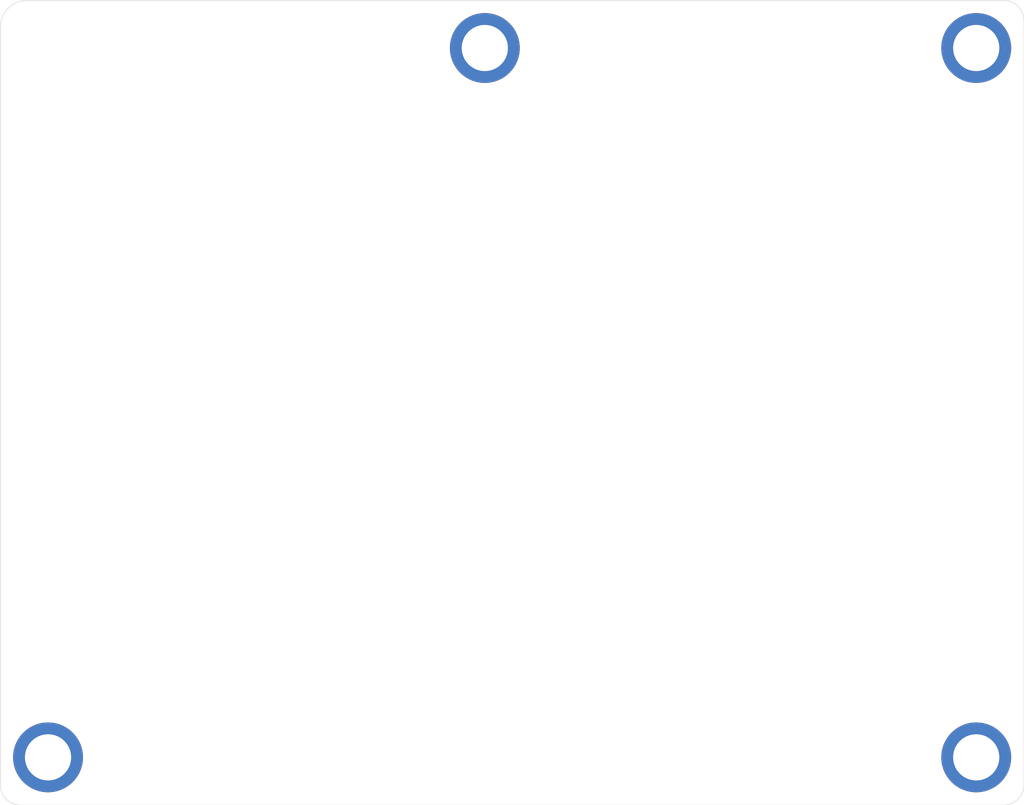
<source format=kicad_pcb>
(kicad_pcb (version 20221018) (generator pcbnew)
  (layers (0 "F.Cu" signal) (31 "B.Cu" signal) (34 "B.Paste" user) (35 "F.Paste" user) (36 "B.SilkS" user "B.Silkscreen") (37 "F.SilkS" user "F.Silkscreen") (38 "B.Mask" user) (39 "F.Mask" user) (44 "Edge.Cuts" user))
  (net 0 "")
  (footprint "kbd:M2_HOLE" (layer "F.Cu") (at 116.84 137.16)
    (fp_text reference "Ref**" hide)
    (fp_text value "Val**" hide)
    (pad "" thru_hole circle (at 0 0) (size 6.5 6.5) (drill 4.3) (layers "*.Cu" "*.Mask"))
  )
  (footprint "kbd:M2_HOLE" (layer "F.Cu") (at 203.2 71.12)
    (fp_text reference "Ref**" hide)
    (fp_text value "Val**" hide)
    (pad "" thru_hole circle (at 0 0) (size 6.5 6.5) (drill 4.3) (layers "*.Cu" "*.Mask"))
  )
  (footprint "kbd:M2_HOLE" (layer "F.Cu") (at 157.48 71.12)
    (fp_text reference "Ref**" hide)
    (fp_text value "Val**" hide)
    (pad "" thru_hole circle (at 0 0) (size 6.5 6.5) (drill 4.3) (layers "*.Cu" "*.Mask"))
  )
  (footprint "kbd:M2_HOLE" (layer "F.Cu") (at 203.2 137.16)
    (fp_text reference "Ref**" hide)
    (fp_text value "Val**" hide)
    (pad "" thru_hole circle (at 0 0) (size 6.5 6.5) (drill 4.3) (layers "*.Cu" "*.Mask"))
  )
  (gr_line (start 112.395 93.345) (end 112.395 69.215) (stroke (width 0.05)) (layer "Edge.Cuts"))
  (gr_arc (start 114.3 141.605) (mid 112.952962 141.047038) (end 112.395 139.7) (stroke (width 0.05)) (layer "Edge.Cuts"))
  (gr_line (start 114.3 141.605) (end 205.74 141.605) (stroke (width 0.05)) (layer "Edge.Cuts"))
  (gr_line (start 157.48 66.675) (end 114.935 66.675) (stroke (width 0.05)) (layer "Edge.Cuts"))
  (gr_arc (start 207.645 139.7) (mid 207.087038 141.047038) (end 205.74 141.605) (stroke (width 0.05)) (layer "Edge.Cuts"))
  (gr_arc (start 205.74 66.675) (mid 207.087038 67.232962) (end 207.645 68.58) (stroke (width 0.05)) (layer "Edge.Cuts"))
  (gr_arc (start 112.395 69.215) (mid 113.138949 67.418949) (end 114.935 66.675) (stroke (width 0.05)) (layer "Edge.Cuts"))
  (gr_line (start 205.74 66.675) (end 157.48 66.675) (stroke (width 0.05)) (layer "Edge.Cuts"))
  (gr_line (start 207.645 68.58) (end 207.645 139.7) (stroke (width 0.05)) (layer "Edge.Cuts"))
  (gr_line (start 112.395 139.7) (end 112.395 93.345) (stroke (width 0.05)) (layer "Edge.Cuts"))
)
</source>
